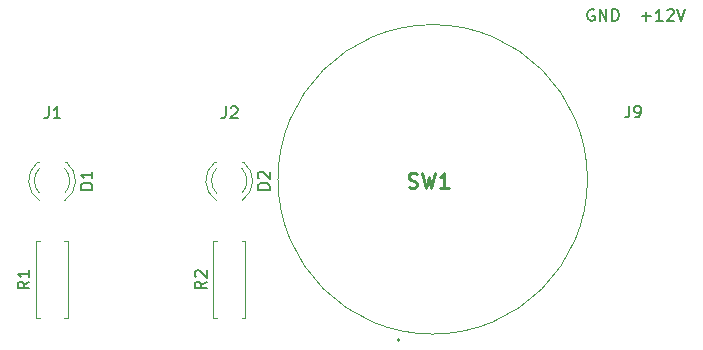
<source format=gto>
%TF.GenerationSoftware,KiCad,Pcbnew,9.0.0+dfsg-1*%
%TF.CreationDate,2025-03-17T15:52:39+01:00*%
%TF.ProjectId,control-matrix-2,636f6e74-726f-46c2-9d6d-61747269782d,1.0*%
%TF.SameCoordinates,Original*%
%TF.FileFunction,Legend,Top*%
%TF.FilePolarity,Positive*%
%FSLAX46Y46*%
G04 Gerber Fmt 4.6, Leading zero omitted, Abs format (unit mm)*
G04 Created by KiCad (PCBNEW 9.0.0+dfsg-1) date 2025-03-17 15:52:39*
%MOMM*%
%LPD*%
G01*
G04 APERTURE LIST*
%ADD10C,0.200000*%
%ADD11C,0.254000*%
%ADD12C,0.150000*%
%ADD13C,0.100000*%
%ADD14C,0.120000*%
G04 APERTURE END LIST*
D10*
X111293482Y-80514838D02*
X111198244Y-80467219D01*
X111198244Y-80467219D02*
X111055387Y-80467219D01*
X111055387Y-80467219D02*
X110912530Y-80514838D01*
X110912530Y-80514838D02*
X110817292Y-80610076D01*
X110817292Y-80610076D02*
X110769673Y-80705314D01*
X110769673Y-80705314D02*
X110722054Y-80895790D01*
X110722054Y-80895790D02*
X110722054Y-81038647D01*
X110722054Y-81038647D02*
X110769673Y-81229123D01*
X110769673Y-81229123D02*
X110817292Y-81324361D01*
X110817292Y-81324361D02*
X110912530Y-81419600D01*
X110912530Y-81419600D02*
X111055387Y-81467219D01*
X111055387Y-81467219D02*
X111150625Y-81467219D01*
X111150625Y-81467219D02*
X111293482Y-81419600D01*
X111293482Y-81419600D02*
X111341101Y-81371980D01*
X111341101Y-81371980D02*
X111341101Y-81038647D01*
X111341101Y-81038647D02*
X111150625Y-81038647D01*
X111769673Y-81467219D02*
X111769673Y-80467219D01*
X111769673Y-80467219D02*
X112341101Y-81467219D01*
X112341101Y-81467219D02*
X112341101Y-80467219D01*
X112817292Y-81467219D02*
X112817292Y-80467219D01*
X112817292Y-80467219D02*
X113055387Y-80467219D01*
X113055387Y-80467219D02*
X113198244Y-80514838D01*
X113198244Y-80514838D02*
X113293482Y-80610076D01*
X113293482Y-80610076D02*
X113341101Y-80705314D01*
X113341101Y-80705314D02*
X113388720Y-80895790D01*
X113388720Y-80895790D02*
X113388720Y-81038647D01*
X113388720Y-81038647D02*
X113341101Y-81229123D01*
X113341101Y-81229123D02*
X113293482Y-81324361D01*
X113293482Y-81324361D02*
X113198244Y-81419600D01*
X113198244Y-81419600D02*
X113055387Y-81467219D01*
X113055387Y-81467219D02*
X112817292Y-81467219D01*
X115341102Y-81086266D02*
X116103007Y-81086266D01*
X115722054Y-81467219D02*
X115722054Y-80705314D01*
X117103006Y-81467219D02*
X116531578Y-81467219D01*
X116817292Y-81467219D02*
X116817292Y-80467219D01*
X116817292Y-80467219D02*
X116722054Y-80610076D01*
X116722054Y-80610076D02*
X116626816Y-80705314D01*
X116626816Y-80705314D02*
X116531578Y-80752933D01*
X117483959Y-80562457D02*
X117531578Y-80514838D01*
X117531578Y-80514838D02*
X117626816Y-80467219D01*
X117626816Y-80467219D02*
X117864911Y-80467219D01*
X117864911Y-80467219D02*
X117960149Y-80514838D01*
X117960149Y-80514838D02*
X118007768Y-80562457D01*
X118007768Y-80562457D02*
X118055387Y-80657695D01*
X118055387Y-80657695D02*
X118055387Y-80752933D01*
X118055387Y-80752933D02*
X118007768Y-80895790D01*
X118007768Y-80895790D02*
X117436340Y-81467219D01*
X117436340Y-81467219D02*
X118055387Y-81467219D01*
X118341102Y-80467219D02*
X118674435Y-81467219D01*
X118674435Y-81467219D02*
X119007768Y-80467219D01*
D11*
X95589776Y-95545062D02*
X95771205Y-95605538D01*
X95771205Y-95605538D02*
X96073586Y-95605538D01*
X96073586Y-95605538D02*
X96194538Y-95545062D01*
X96194538Y-95545062D02*
X96255014Y-95484585D01*
X96255014Y-95484585D02*
X96315491Y-95363633D01*
X96315491Y-95363633D02*
X96315491Y-95242681D01*
X96315491Y-95242681D02*
X96255014Y-95121728D01*
X96255014Y-95121728D02*
X96194538Y-95061252D01*
X96194538Y-95061252D02*
X96073586Y-95000776D01*
X96073586Y-95000776D02*
X95831681Y-94940300D01*
X95831681Y-94940300D02*
X95710729Y-94879823D01*
X95710729Y-94879823D02*
X95650252Y-94819347D01*
X95650252Y-94819347D02*
X95589776Y-94698395D01*
X95589776Y-94698395D02*
X95589776Y-94577442D01*
X95589776Y-94577442D02*
X95650252Y-94456490D01*
X95650252Y-94456490D02*
X95710729Y-94396014D01*
X95710729Y-94396014D02*
X95831681Y-94335538D01*
X95831681Y-94335538D02*
X96134062Y-94335538D01*
X96134062Y-94335538D02*
X96315491Y-94396014D01*
X96738824Y-94335538D02*
X97041205Y-95605538D01*
X97041205Y-95605538D02*
X97283110Y-94698395D01*
X97283110Y-94698395D02*
X97525015Y-95605538D01*
X97525015Y-95605538D02*
X97827396Y-94335538D01*
X98976444Y-95605538D02*
X98250729Y-95605538D01*
X98613586Y-95605538D02*
X98613586Y-94335538D01*
X98613586Y-94335538D02*
X98492634Y-94516966D01*
X98492634Y-94516966D02*
X98371682Y-94637919D01*
X98371682Y-94637919D02*
X98250729Y-94698395D01*
D12*
X78484819Y-103526666D02*
X78008628Y-103859999D01*
X78484819Y-104098094D02*
X77484819Y-104098094D01*
X77484819Y-104098094D02*
X77484819Y-103717142D01*
X77484819Y-103717142D02*
X77532438Y-103621904D01*
X77532438Y-103621904D02*
X77580057Y-103574285D01*
X77580057Y-103574285D02*
X77675295Y-103526666D01*
X77675295Y-103526666D02*
X77818152Y-103526666D01*
X77818152Y-103526666D02*
X77913390Y-103574285D01*
X77913390Y-103574285D02*
X77961009Y-103621904D01*
X77961009Y-103621904D02*
X78008628Y-103717142D01*
X78008628Y-103717142D02*
X78008628Y-104098094D01*
X77580057Y-103145713D02*
X77532438Y-103098094D01*
X77532438Y-103098094D02*
X77484819Y-103002856D01*
X77484819Y-103002856D02*
X77484819Y-102764761D01*
X77484819Y-102764761D02*
X77532438Y-102669523D01*
X77532438Y-102669523D02*
X77580057Y-102621904D01*
X77580057Y-102621904D02*
X77675295Y-102574285D01*
X77675295Y-102574285D02*
X77770533Y-102574285D01*
X77770533Y-102574285D02*
X77913390Y-102621904D01*
X77913390Y-102621904D02*
X78484819Y-103193332D01*
X78484819Y-103193332D02*
X78484819Y-102574285D01*
X83814819Y-95738094D02*
X82814819Y-95738094D01*
X82814819Y-95738094D02*
X82814819Y-95499999D01*
X82814819Y-95499999D02*
X82862438Y-95357142D01*
X82862438Y-95357142D02*
X82957676Y-95261904D01*
X82957676Y-95261904D02*
X83052914Y-95214285D01*
X83052914Y-95214285D02*
X83243390Y-95166666D01*
X83243390Y-95166666D02*
X83386247Y-95166666D01*
X83386247Y-95166666D02*
X83576723Y-95214285D01*
X83576723Y-95214285D02*
X83671961Y-95261904D01*
X83671961Y-95261904D02*
X83767200Y-95357142D01*
X83767200Y-95357142D02*
X83814819Y-95499999D01*
X83814819Y-95499999D02*
X83814819Y-95738094D01*
X82910057Y-94785713D02*
X82862438Y-94738094D01*
X82862438Y-94738094D02*
X82814819Y-94642856D01*
X82814819Y-94642856D02*
X82814819Y-94404761D01*
X82814819Y-94404761D02*
X82862438Y-94309523D01*
X82862438Y-94309523D02*
X82910057Y-94261904D01*
X82910057Y-94261904D02*
X83005295Y-94214285D01*
X83005295Y-94214285D02*
X83100533Y-94214285D01*
X83100533Y-94214285D02*
X83243390Y-94261904D01*
X83243390Y-94261904D02*
X83814819Y-94833332D01*
X83814819Y-94833332D02*
X83814819Y-94214285D01*
X63484819Y-103526666D02*
X63008628Y-103859999D01*
X63484819Y-104098094D02*
X62484819Y-104098094D01*
X62484819Y-104098094D02*
X62484819Y-103717142D01*
X62484819Y-103717142D02*
X62532438Y-103621904D01*
X62532438Y-103621904D02*
X62580057Y-103574285D01*
X62580057Y-103574285D02*
X62675295Y-103526666D01*
X62675295Y-103526666D02*
X62818152Y-103526666D01*
X62818152Y-103526666D02*
X62913390Y-103574285D01*
X62913390Y-103574285D02*
X62961009Y-103621904D01*
X62961009Y-103621904D02*
X63008628Y-103717142D01*
X63008628Y-103717142D02*
X63008628Y-104098094D01*
X63484819Y-102574285D02*
X63484819Y-103145713D01*
X63484819Y-102859999D02*
X62484819Y-102859999D01*
X62484819Y-102859999D02*
X62627676Y-102955237D01*
X62627676Y-102955237D02*
X62722914Y-103050475D01*
X62722914Y-103050475D02*
X62770533Y-103145713D01*
X68814819Y-95738094D02*
X67814819Y-95738094D01*
X67814819Y-95738094D02*
X67814819Y-95499999D01*
X67814819Y-95499999D02*
X67862438Y-95357142D01*
X67862438Y-95357142D02*
X67957676Y-95261904D01*
X67957676Y-95261904D02*
X68052914Y-95214285D01*
X68052914Y-95214285D02*
X68243390Y-95166666D01*
X68243390Y-95166666D02*
X68386247Y-95166666D01*
X68386247Y-95166666D02*
X68576723Y-95214285D01*
X68576723Y-95214285D02*
X68671961Y-95261904D01*
X68671961Y-95261904D02*
X68767200Y-95357142D01*
X68767200Y-95357142D02*
X68814819Y-95499999D01*
X68814819Y-95499999D02*
X68814819Y-95738094D01*
X68814819Y-94214285D02*
X68814819Y-94785713D01*
X68814819Y-94499999D02*
X67814819Y-94499999D01*
X67814819Y-94499999D02*
X67957676Y-94595237D01*
X67957676Y-94595237D02*
X68052914Y-94690475D01*
X68052914Y-94690475D02*
X68100533Y-94785713D01*
X65106666Y-88704819D02*
X65106666Y-89419104D01*
X65106666Y-89419104D02*
X65059047Y-89561961D01*
X65059047Y-89561961D02*
X64963809Y-89657200D01*
X64963809Y-89657200D02*
X64820952Y-89704819D01*
X64820952Y-89704819D02*
X64725714Y-89704819D01*
X66106666Y-89704819D02*
X65535238Y-89704819D01*
X65820952Y-89704819D02*
X65820952Y-88704819D01*
X65820952Y-88704819D02*
X65725714Y-88847676D01*
X65725714Y-88847676D02*
X65630476Y-88942914D01*
X65630476Y-88942914D02*
X65535238Y-88990533D01*
X80106666Y-88704819D02*
X80106666Y-89419104D01*
X80106666Y-89419104D02*
X80059047Y-89561961D01*
X80059047Y-89561961D02*
X79963809Y-89657200D01*
X79963809Y-89657200D02*
X79820952Y-89704819D01*
X79820952Y-89704819D02*
X79725714Y-89704819D01*
X80535238Y-88800057D02*
X80582857Y-88752438D01*
X80582857Y-88752438D02*
X80678095Y-88704819D01*
X80678095Y-88704819D02*
X80916190Y-88704819D01*
X80916190Y-88704819D02*
X81011428Y-88752438D01*
X81011428Y-88752438D02*
X81059047Y-88800057D01*
X81059047Y-88800057D02*
X81106666Y-88895295D01*
X81106666Y-88895295D02*
X81106666Y-88990533D01*
X81106666Y-88990533D02*
X81059047Y-89133390D01*
X81059047Y-89133390D02*
X80487619Y-89704819D01*
X80487619Y-89704819D02*
X81106666Y-89704819D01*
X114266666Y-88634819D02*
X114266666Y-89349104D01*
X114266666Y-89349104D02*
X114219047Y-89491961D01*
X114219047Y-89491961D02*
X114123809Y-89587200D01*
X114123809Y-89587200D02*
X113980952Y-89634819D01*
X113980952Y-89634819D02*
X113885714Y-89634819D01*
X114790476Y-89634819D02*
X114980952Y-89634819D01*
X114980952Y-89634819D02*
X115076190Y-89587200D01*
X115076190Y-89587200D02*
X115123809Y-89539580D01*
X115123809Y-89539580D02*
X115219047Y-89396723D01*
X115219047Y-89396723D02*
X115266666Y-89206247D01*
X115266666Y-89206247D02*
X115266666Y-88825295D01*
X115266666Y-88825295D02*
X115219047Y-88730057D01*
X115219047Y-88730057D02*
X115171428Y-88682438D01*
X115171428Y-88682438D02*
X115076190Y-88634819D01*
X115076190Y-88634819D02*
X114885714Y-88634819D01*
X114885714Y-88634819D02*
X114790476Y-88682438D01*
X114790476Y-88682438D02*
X114742857Y-88730057D01*
X114742857Y-88730057D02*
X114695238Y-88825295D01*
X114695238Y-88825295D02*
X114695238Y-89063390D01*
X114695238Y-89063390D02*
X114742857Y-89158628D01*
X114742857Y-89158628D02*
X114790476Y-89206247D01*
X114790476Y-89206247D02*
X114885714Y-89253866D01*
X114885714Y-89253866D02*
X115076190Y-89253866D01*
X115076190Y-89253866D02*
X115171428Y-89206247D01*
X115171428Y-89206247D02*
X115219047Y-89158628D01*
X115219047Y-89158628D02*
X115266666Y-89063390D01*
%TO.C,SW1*%
X94791220Y-108475000D02*
G75*
G02*
X94653220Y-108475000I-69000J0D01*
G01*
X94653220Y-108475000D02*
G75*
G02*
X94791220Y-108475000I69000J0D01*
G01*
D13*
X110727110Y-94878220D02*
G75*
G02*
X84527110Y-94878220I-13100000J0D01*
G01*
X84527110Y-94878220D02*
G75*
G02*
X110727110Y-94878220I13100000J0D01*
G01*
D14*
%TO.C,R2*%
X79030000Y-100090000D02*
X79360000Y-100090000D01*
X79030000Y-106630000D02*
X79030000Y-100090000D01*
X79360000Y-106630000D02*
X79030000Y-106630000D01*
X81440000Y-106630000D02*
X81770000Y-106630000D01*
X81770000Y-100090000D02*
X81440000Y-100090000D01*
X81770000Y-106630000D02*
X81770000Y-100090000D01*
%TO.C,D2*%
X79320000Y-93440000D02*
X79164000Y-93440000D01*
X81636000Y-93440000D02*
X81480000Y-93440000D01*
X79319939Y-96671397D02*
G75*
G02*
X79164484Y-93440000I1080061J1671397D01*
G01*
X79319951Y-96040910D02*
G75*
G02*
X79320000Y-93959039I1080049J1040910D01*
G01*
X81480000Y-93959039D02*
G75*
G02*
X81480049Y-96040910I-1080000J-1040961D01*
G01*
X81635516Y-93440000D02*
G75*
G02*
X81480061Y-96671397I-1235516J-1560000D01*
G01*
%TO.C,R1*%
X64030000Y-100090000D02*
X64360000Y-100090000D01*
X64030000Y-106630000D02*
X64030000Y-100090000D01*
X64360000Y-106630000D02*
X64030000Y-106630000D01*
X66440000Y-106630000D02*
X66770000Y-106630000D01*
X66770000Y-100090000D02*
X66440000Y-100090000D01*
X66770000Y-106630000D02*
X66770000Y-100090000D01*
%TO.C,D1*%
X64320000Y-93440000D02*
X64164000Y-93440000D01*
X66636000Y-93440000D02*
X66480000Y-93440000D01*
X64319939Y-96671397D02*
G75*
G02*
X64164484Y-93440000I1080061J1671397D01*
G01*
X64319951Y-96040910D02*
G75*
G02*
X64320000Y-93959039I1080049J1040910D01*
G01*
X66480000Y-93959039D02*
G75*
G02*
X66480049Y-96040910I-1080000J-1040961D01*
G01*
X66635516Y-93440000D02*
G75*
G02*
X66480061Y-96671397I-1235516J-1560000D01*
G01*
%TD*%
M02*

</source>
